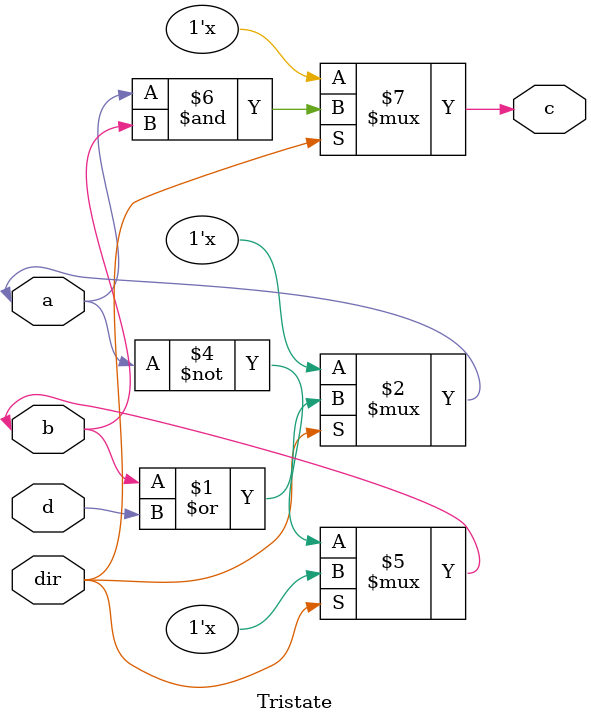
<source format=v>
/***********************************************************************************************************************
 * Copyright (C) 2016 Andrew Zonenberg and contributors                                                                *
 *                                                                                                                     *
 * This program is free software; you can redistribute it and/or modify it under the terms of the GNU Lesser General   *
 * Public License as published by the Free Software Foundation; either version 2.1 of the License, or (at your option) *
 * any later version.                                                                                                  *
 *                                                                                                                     *
 * This program is distributed in the hope that it will be useful, but WITHOUT ANY WARRANTY; without even the implied  *
 * warranty of MERCHANTABILITY or FITNESS FOR A PARTICULAR PURPOSE.  See the GNU Lesser General Public License for     *
 * more details.                                                                                                       *
 *                                                                                                                     *
 * You should have received a copy of the GNU Lesser General Public License along with this program; if not, you may   *
 * find one here:                                                                                                      *
 * https://www.gnu.org/licenses/old-licenses/lgpl-2.1.txt                                                              *
 * or you may search the http://www.gnu.org website for the version 2.1 license, or you may write to the Free Software *
 * Foundation, Inc., 51 Franklin Street, Fifth Floor, Boston, MA  02110-1301, USA                                      *
 **********************************************************************************************************************/

`default_nettype none

module Tristate(a, b, c, d, dir);

	////////////////////////////////////////////////////////////////////////////////////////////////////////////////////
	// I/O declarations
		
	(* LOC = "P19" *)
	(* PULLDOWN = "10k" *)
	inout wire a;
	
	(* LOC = "P18" *)
	(* PULLDOWN = "10k" *)
	inout wire b;
	
	(* LOC = "P17" *)
	(* PULLDOWN = "10k" *)
	input wire d;
	
	(* LOC = "P16" *)
	output wire c;
	
	(* LOC = "P15" *)
	(* PULLDOWN = "10k" *)
	input wire dir;
	
	////////////////////////////////////////////////////////////////////////////////////////////////////////////////////
	// Tristate stuff
	
	assign a = dir ? b|d : 1'bz;
	assign b = ~dir ? ~a : 1'bz;
	assign c = dir ? a & b : 1'bz;

endmodule

</source>
